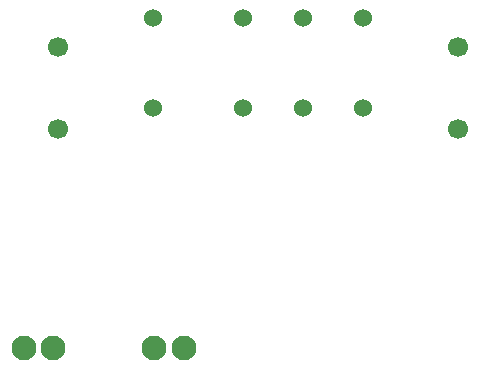
<source format=gbs>
G04 #@! TF.GenerationSoftware,KiCad,Pcbnew,6.0.9-8da3e8f707~116~ubuntu20.04.1*
G04 #@! TF.CreationDate,2022-11-10T07:19:39-05:00*
G04 #@! TF.ProjectId,audiomute,61756469-6f6d-4757-9465-2e6b69636164,rev?*
G04 #@! TF.SameCoordinates,Original*
G04 #@! TF.FileFunction,Soldermask,Bot*
G04 #@! TF.FilePolarity,Negative*
%FSLAX46Y46*%
G04 Gerber Fmt 4.6, Leading zero omitted, Abs format (unit mm)*
G04 Created by KiCad (PCBNEW 6.0.9-8da3e8f707~116~ubuntu20.04.1) date 2022-11-10 07:19:39*
%MOMM*%
%LPD*%
G01*
G04 APERTURE LIST*
%ADD10C,1.700000*%
%ADD11C,2.100000*%
%ADD12C,1.524000*%
G04 APERTURE END LIST*
D10*
X90297000Y-77109500D03*
X90297000Y-84109500D03*
X124206000Y-77109500D03*
X124206000Y-84109500D03*
D11*
X100941000Y-102616000D03*
X98441000Y-102616000D03*
D12*
X98374000Y-82296000D03*
X105994000Y-82296000D03*
X111074000Y-82296000D03*
X116154000Y-82296000D03*
X116154000Y-74676000D03*
X111074000Y-74676000D03*
X105994000Y-74676000D03*
X98374000Y-74676000D03*
D11*
X89916000Y-102616000D03*
X87416000Y-102616000D03*
M02*

</source>
